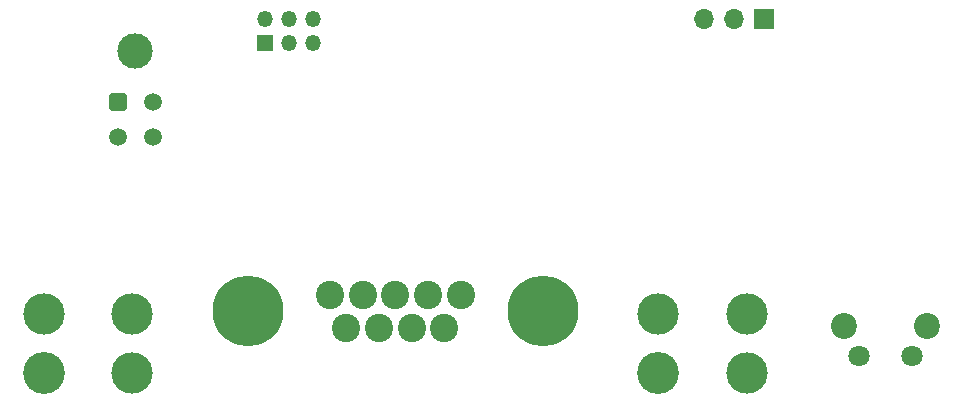
<source format=gbs>
%TF.GenerationSoftware,KiCad,Pcbnew,(5.99.0-8090-ga1d7a959f7)*%
%TF.CreationDate,2021-08-13T15:37:55+01:00*%
%TF.ProjectId,conio-b,636f6e69-6f2d-4622-9e6b-696361645f70,rev?*%
%TF.SameCoordinates,Original*%
%TF.FileFunction,Soldermask,Bot*%
%TF.FilePolarity,Negative*%
%FSLAX46Y46*%
G04 Gerber Fmt 4.6, Leading zero omitted, Abs format (unit mm)*
G04 Created by KiCad (PCBNEW (5.99.0-8090-ga1d7a959f7)) date 2021-08-13 15:37:55*
%MOMM*%
%LPD*%
G01*
G04 APERTURE LIST*
G04 Aperture macros list*
%AMRoundRect*
0 Rectangle with rounded corners*
0 $1 Rounding radius*
0 $2 $3 $4 $5 $6 $7 $8 $9 X,Y pos of 4 corners*
0 Add a 4 corners polygon primitive as box body*
4,1,4,$2,$3,$4,$5,$6,$7,$8,$9,$2,$3,0*
0 Add four circle primitives for the rounded corners*
1,1,$1+$1,$2,$3,0*
1,1,$1+$1,$4,$5,0*
1,1,$1+$1,$6,$7,0*
1,1,$1+$1,$8,$9,0*
0 Add four rect primitives between the rounded corners*
20,1,$1+$1,$2,$3,$4,$5,0*
20,1,$1+$1,$4,$5,$6,$7,0*
20,1,$1+$1,$6,$7,$8,$9,0*
20,1,$1+$1,$8,$9,$2,$3,0*%
G04 Aperture macros list end*
%ADD10C,3.500000*%
%ADD11C,3.550000*%
%ADD12C,6.000000*%
%ADD13C,2.400000*%
%ADD14R,1.350000X1.350000*%
%ADD15O,1.350000X1.350000*%
%ADD16R,1.700000X1.700000*%
%ADD17O,1.700000X1.700000*%
%ADD18C,3.000000*%
%ADD19RoundRect,0.250001X-0.499999X-0.499999X0.499999X-0.499999X0.499999X0.499999X-0.499999X0.499999X0*%
%ADD20C,1.500000*%
%ADD21C,2.200000*%
%ADD22C,1.800000*%
G04 APERTURE END LIST*
D10*
%TO.C,H2*%
X118068750Y-110087500D03*
X125568750Y-115087500D03*
X125568750Y-110087500D03*
D11*
X118068750Y-115087500D03*
%TD*%
D12*
%TO.C,J1*%
X135323750Y-109837500D03*
X160313750Y-109837500D03*
D13*
X142278750Y-108417500D03*
X145048750Y-108417500D03*
X147818750Y-108417500D03*
X150588750Y-108417500D03*
X153358750Y-108417500D03*
X143663750Y-111257500D03*
X146433750Y-111257500D03*
X149203750Y-111257500D03*
X151973750Y-111257500D03*
%TD*%
D10*
%TO.C,H1*%
X177568750Y-115087500D03*
D11*
X170068750Y-115087500D03*
D10*
X177568750Y-110087500D03*
X170068750Y-110087500D03*
%TD*%
D14*
%TO.C,J3*%
X136818750Y-87087500D03*
D15*
X136818750Y-85087500D03*
X138818750Y-87087500D03*
X138818750Y-85087500D03*
X140818750Y-87087500D03*
X140818750Y-85087500D03*
%TD*%
D16*
%TO.C,J4*%
X179068750Y-85087500D03*
D17*
X176528750Y-85087500D03*
X173988750Y-85087500D03*
%TD*%
D18*
%TO.C,J2*%
X125818750Y-87767500D03*
D19*
X124318750Y-92087500D03*
D20*
X127318750Y-92087500D03*
X124318750Y-95087500D03*
X127318750Y-95087500D03*
%TD*%
D21*
%TO.C,SW1*%
X185813750Y-111097500D03*
X192823750Y-111097500D03*
D22*
X187068750Y-113587500D03*
X191568750Y-113587500D03*
%TD*%
M02*

</source>
